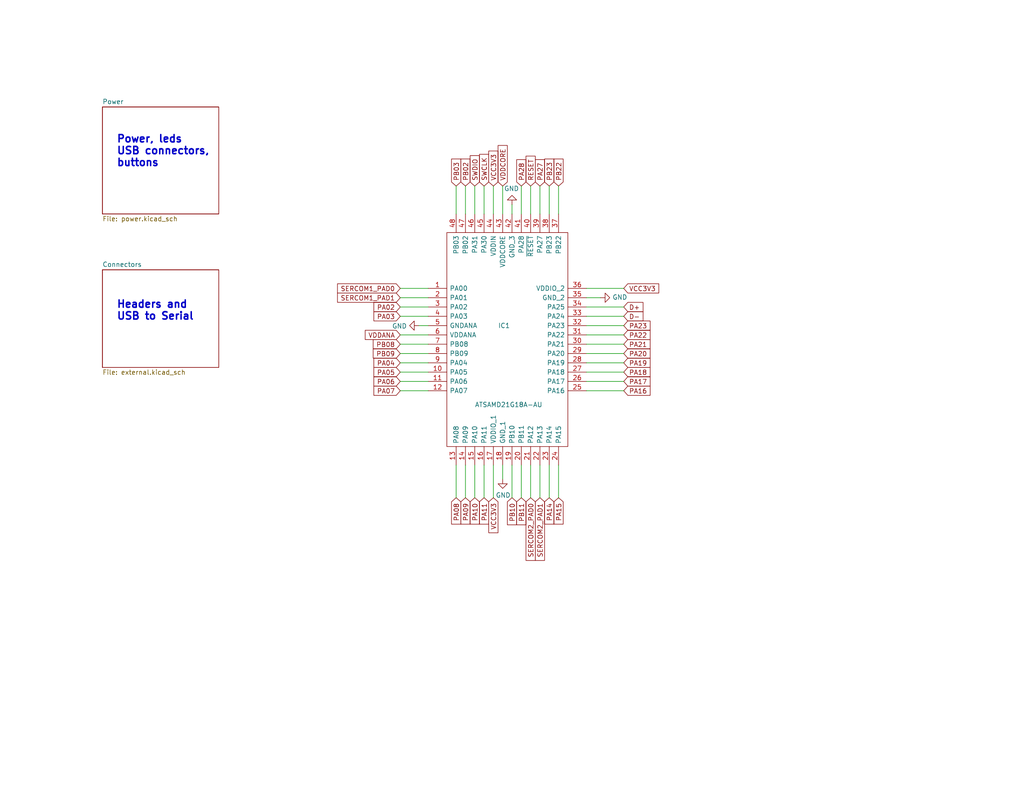
<source format=kicad_sch>
(kicad_sch (version 20211123) (generator eeschema)
  (paper "USLetter")
  (title_block (title "SAMD21 Demo Board") (rev "1.0") (company "Quantum Embedded Systems"))
  (lib_symbols
    (symbol "SamacSys_Parts:ATSAMD21G18A-AU" (pin_names (offset 0.762))
      (property "Reference" "IC" (at 39.37 20.32 0))
      (property "Value" "SamacSys_Parts_ATSAMD21G18A-AU" (at 39.37 17.78 0))
      (symbol "ATSAMD21G18A-AU_0_0"
        (pin passive line (at 0 0 0) (length 5.08) (name "PA00") (number "1"))
        (pin passive line (at 0 -22.86 0) (length 5.08) (name "PA05") (number "10"))
        (pin passive line (at 0 -25.4 0) (length 5.08) (name "PA06") (number "11"))
        (pin passive line (at 0 -27.94 0) (length 5.08) (name "PA07") (number "12"))
        (pin passive line (at 7.62 -48.26 90) (length 5.08) (name "PA08") (number "13"))
        (pin passive line (at 10.16 -48.26 90) (length 5.08) (name "PA09") (number "14"))
        (pin passive line (at 12.7 -48.26 90) (length 5.08) (name "PA10") (number "15"))
        (pin passive line (at 15.24 -48.26 90) (length 5.08) (name "PA11") (number "16"))
        (pin passive line (at 17.78 -48.26 90) (length 5.08) (name "VDDIO_1") (number "17"))
        (pin passive line (at 20.32 -48.26 90) (length 5.08) (name "GND_1") (number "18"))
        (pin passive line (at 22.86 -48.26 90) (length 5.08) (name "PB10") (number "19"))
        (pin passive line (at 0 -2.54 0) (length 5.08) (name "PA01") (number "2"))
        (pin passive line (at 25.4 -48.26 90) (length 5.08) (name "PB11") (number "20"))
        (pin passive line (at 27.94 -48.26 90) (length 5.08) (name "PA12") (number "21"))
        (pin passive line (at 30.48 -48.26 90) (length 5.08) (name "PA13") (number "22"))
        (pin passive line (at 33.02 -48.26 90) (length 5.08) (name "PA14") (number "23"))
        (pin passive line (at 35.56 -48.26 90) (length 5.08) (name "PA15") (number "24"))
        (pin passive line (at 43.18 -27.94 180) (length 5.08) (name "PA16") (number "25"))
        (pin passive line (at 43.18 -25.4 180) (length 5.08) (name "PA17") (number "26"))
        (pin passive line (at 43.18 -22.86 180) (length 5.08) (name "PA18") (number "27"))
        (pin passive line (at 43.18 -20.32 180) (length 5.08) (name "PA19") (number "28"))
        (pin passive line (at 43.18 -17.78 180) (length 5.08) (name "PA20") (number "29"))
        (pin passive line (at 0 -5.08 0) (length 5.08) (name "PA02") (number "3"))
        (pin passive line (at 43.18 -15.24 180) (length 5.08) (name "PA21") (number "30"))
        (pin passive line (at 43.18 -12.7 180) (length 5.08) (name "PA22") (number "31"))
        (pin passive line (at 43.18 -10.16 180) (length 5.08) (name "PA23") (number "32"))
        (pin passive line (at 43.18 -7.62 180) (length 5.08) (name "PA24") (number "33"))
        (pin passive line (at 43.18 -5.08 180) (length 5.08) (name "PA25") (number "34"))
        (pin passive line (at 43.18 -2.54 180) (length 5.08) (name "GND_2") (number "35"))
        (pin passive line (at 43.18 0 180) (length 5.08) (name "VDDIO_2") (number "36"))
        (pin passive line (at 35.56 20.32 270) (length 5.08) (name "PB22") (number "37"))
        (pin passive line (at 33.02 20.32 270) (length 5.08) (name "PB23") (number "38"))
        (pin passive line (at 30.48 20.32 270) (length 5.08) (name "PA27") (number "39"))
        (pin passive line (at 0 -7.62 0) (length 5.08) (name "PA03") (number "4"))
        (pin passive line (at 27.94 20.32 270) (length 5.08) (name "~{RESET}") (number "40"))
        (pin passive line (at 25.4 20.32 270) (length 5.08) (name "PA28") (number "41"))
        (pin passive line (at 22.86 20.32 270) (length 5.08) (name "GND_3") (number "42"))
        (pin passive line (at 20.32 20.32 270) (length 5.08) (name "VDDCORE") (number "43"))
        (pin passive line (at 17.78 20.32 270) (length 5.08) (name "VDDIN") (number "44"))
        (pin passive line (at 15.24 20.32 270) (length 5.08) (name "PA30") (number "45"))
        (pin passive line (at 12.7 20.32 270) (length 5.08) (name "PA31") (number "46"))
        (pin passive line (at 10.16 20.32 270) (length 5.08) (name "PB02") (number "47"))
        (pin passive line (at 7.62 20.32 270) (length 5.08) (name "PB03") (number "48"))
        (pin passive line (at 0 -10.16 0) (length 5.08) (name "GNDANA") (number "5"))
        (pin passive line (at 0 -12.7 0) (length 5.08) (name "VDDANA") (number "6"))
        (pin passive line (at 0 -15.24 0) (length 5.08) (name "PB08") (number "7"))
        (pin passive line (at 0 -17.78 0) (length 5.08) (name "PB09") (number "8"))
        (pin passive line (at 0 -20.32 0) (length 5.08) (name "PA04") (number "9"))
      )
      (symbol "ATSAMD21G18A-AU_0_1"
        (polyline (pts (xy 5.08 15.24) (xy 38.1 15.24) (xy 38.1 -43.18) (xy 5.08 -43.18) (xy 5.08 15.24)) (stroke (width 0.1524)))
      )
    )
    (symbol "power:GND" (power) (pin_names (offset 0))
      (property "Value" "GND" (at 0 -3.81 0))
      (symbol "GND_0_1"
        (polyline (pts (xy 0 0) (xy 0 -1.27) (xy 1.27 -1.27) (xy 0 -2.54) (xy -1.27 -1.27) (xy 0 -1.27)))
      )
      (symbol "GND_1_1"
        (pin power_in line (at 0 0 270) (length 0) hide (name "GND") (number "1"))
      )
    )
  )
  (wire (pts (xy 137.16 130.81) (xy 137.16 127)))
  (wire (pts (xy 144.78 127) (xy 144.78 135.89)))
  (wire (pts (xy 160.02 86.36) (xy 170.18 86.36)))
  (wire (pts (xy 137.16 50.8) (xy 137.16 58.42)))
  (wire (pts (xy 142.24 127) (xy 142.24 135.89)))
  (wire (pts (xy 109.22 96.52) (xy 116.84 96.52)))
  (wire (pts (xy 149.86 50.8) (xy 149.86 58.42)))
  (wire (pts (xy 147.32 50.8) (xy 147.32 58.42)))
  (wire (pts (xy 109.22 106.68) (xy 116.84 106.68)))
  (wire (pts (xy 160.02 104.14) (xy 170.18 104.14)))
  (wire (pts (xy 152.4 50.8) (xy 152.4 58.42)))
  (wire (pts (xy 149.86 127) (xy 149.86 135.89)))
  (wire (pts (xy 124.46 127) (xy 124.46 135.89)))
  (wire (pts (xy 129.54 127) (xy 129.54 135.89)))
  (wire (pts (xy 127 58.42) (xy 127 50.8)))
  (wire (pts (xy 109.22 101.6) (xy 116.84 101.6)))
  (wire (pts (xy 160.02 83.82) (xy 170.18 83.82)))
  (wire (pts (xy 160.02 106.68) (xy 170.18 106.68)))
  (wire (pts (xy 116.84 81.28) (xy 109.22 81.28)))
  (wire (pts (xy 116.84 91.44) (xy 109.22 91.44)))
  (wire (pts (xy 109.22 99.06) (xy 116.84 99.06)))
  (wire (pts (xy 160.02 88.9) (xy 170.18 88.9)))
  (wire (pts (xy 132.08 127) (xy 132.08 135.89)))
  (wire (pts (xy 129.54 58.42) (xy 129.54 50.8)))
  (wire (pts (xy 160.02 96.52) (xy 170.18 96.52)))
  (wire (pts (xy 160.02 91.44) (xy 170.18 91.44)))
  (wire (pts (xy 160.02 81.28) (xy 163.83 81.28)))
  (wire (pts (xy 109.22 83.82) (xy 116.84 83.82)))
  (wire (pts (xy 134.62 135.89) (xy 134.62 127)))
  (wire (pts (xy 116.84 78.74) (xy 109.22 78.74)))
  (wire (pts (xy 160.02 78.74) (xy 170.18 78.74)))
  (wire (pts (xy 160.02 99.06) (xy 170.18 99.06)))
  (wire (pts (xy 139.7 58.42) (xy 139.7 55.88)))
  (wire (pts (xy 127 127) (xy 127 135.89)))
  (wire (pts (xy 132.08 58.42) (xy 132.08 50.8)))
  (wire (pts (xy 124.46 58.42) (xy 124.46 50.8)))
  (wire (pts (xy 152.4 127) (xy 152.4 135.89)))
  (wire (pts (xy 116.84 88.9) (xy 114.3 88.9)))
  (wire (pts (xy 147.32 127) (xy 147.32 135.89)))
  (wire (pts (xy 160.02 93.98) (xy 170.18 93.98)))
  (wire (pts (xy 139.7 127) (xy 139.7 135.89)))
  (wire (pts (xy 109.22 104.14) (xy 116.84 104.14)))
  (wire (pts (xy 142.24 50.8) (xy 142.24 58.42)))
  (wire (pts (xy 144.78 58.42) (xy 144.78 50.8)))
  (wire (pts (xy 109.22 86.36) (xy 116.84 86.36)))
  (wire (pts (xy 134.62 58.42) (xy 134.62 50.8)))
  (wire (pts (xy 109.22 93.98) (xy 116.84 93.98)))
  (wire (pts (xy 160.02 101.6) (xy 170.18 101.6)))
  (text "Headers and\nUSB to Serial" (at 31.75 87.63 0) (effects (font (size 2.0066 2.0066) (thickness 0.4013) bold) (justify left bottom)))
  (text "Power, leds\nUSB connectors,\nbuttons" (at 31.75 45.72 0) (effects (font (size 2.0066 2.0066) (thickness 0.4013) bold) (justify left bottom)))
  (global_label "PA11" (shape input) (at 132.08 135.89 270) (property "Intersheet References" "${INTERSHEET_REFS}" (effects hide)))
  (global_label "PA06" (shape input) (at 109.22 104.14 180) (property "Intersheet References" "${INTERSHEET_REFS}" (effects hide)))
  (global_label "VCC3V3" (shape input) (at 170.18 78.74 0) (property "Intersheet References" "${INTERSHEET_REFS}" (effects hide)))
  (global_label "VCC3V3" (shape input) (at 134.62 50.8 90) (property "Intersheet References" "${INTERSHEET_REFS}" (effects hide)))
  (global_label "PB22" (shape input) (at 152.4 50.8 90) (property "Intersheet References" "${INTERSHEET_REFS}" (effects hide)))
  (global_label "PA18" (shape input) (at 170.18 101.6 0) (property "Intersheet References" "${INTERSHEET_REFS}" (effects hide)))
  (global_label "PB11" (shape input) (at 142.24 135.89 270) (property "Intersheet References" "${INTERSHEET_REFS}" (effects hide)))
  (global_label "PB03" (shape input) (at 124.46 50.8 90) (property "Intersheet References" "${INTERSHEET_REFS}" (effects hide)))
  (global_label "RESET" (shape input) (at 144.78 50.8 90) (property "Intersheet References" "${INTERSHEET_REFS}" (effects hide)))
  (global_label "PA17" (shape input) (at 170.18 104.14 0) (property "Intersheet References" "${INTERSHEET_REFS}" (effects hide)))
  (global_label "PA16" (shape input) (at 170.18 106.68 0) (property "Intersheet References" "${INTERSHEET_REFS}" (effects hide)))
  (global_label "PA19" (shape input) (at 170.18 99.06 0) (property "Intersheet References" "${INTERSHEET_REFS}" (effects hide)))
  (global_label "SERCOM1_PAD0" (shape input) (at 109.22 78.74 180) (property "Intersheet References" "${INTERSHEET_REFS}" (effects hide)))
  (global_label "SERCOM2_PAD1" (shape input) (at 147.32 135.89 270) (property "Intersheet References" "${INTERSHEET_REFS}" (effects hide)))
  (global_label "PB23" (shape input) (at 149.86 50.8 90) (property "Intersheet References" "${INTERSHEET_REFS}" (effects hide)))
  (global_label "PA04" (shape input) (at 109.22 99.06 180) (property "Intersheet References" "${INTERSHEET_REFS}" (effects hide)))
  (global_label "PA28" (shape input) (at 142.24 50.8 90) (property "Intersheet References" "${INTERSHEET_REFS}" (effects hide)))
  (global_label "D-" (shape input) (at 170.18 86.36 0) (property "Intersheet References" "${INTERSHEET_REFS}" (effects hide)))
  (global_label "PB02" (shape input) (at 127 50.8 90) (property "Intersheet References" "${INTERSHEET_REFS}" (effects hide)))
  (global_label "PA08" (shape input) (at 124.46 135.89 270) (property "Intersheet References" "${INTERSHEET_REFS}" (effects hide)))
  (global_label "SWDIO" (shape input) (at 129.54 50.8 90) (property "Intersheet References" "${INTERSHEET_REFS}" (effects hide)))
  (global_label "PA09" (shape input) (at 127 135.89 270) (property "Intersheet References" "${INTERSHEET_REFS}" (effects hide)))
  (global_label "PB08" (shape input) (at 109.22 93.98 180) (property "Intersheet References" "${INTERSHEET_REFS}" (effects hide)))
  (global_label "PA07" (shape input) (at 109.22 106.68 180) (property "Intersheet References" "${INTERSHEET_REFS}" (effects hide)))
  (global_label "PA21" (shape input) (at 170.18 93.98 0) (property "Intersheet References" "${INTERSHEET_REFS}" (effects hide)))
  (global_label "PA05" (shape input) (at 109.22 101.6 180) (property "Intersheet References" "${INTERSHEET_REFS}" (effects hide)))
  (global_label "D+" (shape input) (at 170.18 83.82 0) (property "Intersheet References" "${INTERSHEET_REFS}" (effects hide)))
  (global_label "PB10" (shape input) (at 139.7 135.89 270) (property "Intersheet References" "${INTERSHEET_REFS}" (effects hide)))
  (global_label "VDDCORE" (shape input) (at 137.16 50.8 90) (property "Intersheet References" "${INTERSHEET_REFS}" (effects hide)))
  (global_label "PA20" (shape input) (at 170.18 96.52 0) (property "Intersheet References" "${INTERSHEET_REFS}" (effects hide)))
  (global_label "SERCOM1_PAD1" (shape input) (at 109.22 81.28 180) (property "Intersheet References" "${INTERSHEET_REFS}" (effects hide)))
  (global_label "PA02" (shape input) (at 109.22 83.82 180) (property "Intersheet References" "${INTERSHEET_REFS}" (effects hide)))
  (global_label "VCC3V3" (shape input) (at 134.62 135.89 270) (property "Intersheet References" "${INTERSHEET_REFS}" (effects hide)))
  (global_label "PA14" (shape input) (at 149.86 135.89 270) (property "Intersheet References" "${INTERSHEET_REFS}" (effects hide)))
  (global_label "SERCOM2_PAD0" (shape input) (at 144.78 135.89 270) (property "Intersheet References" "${INTERSHEET_REFS}" (effects hide)))
  (global_label "PA23" (shape input) (at 170.18 88.9 0) (property "Intersheet References" "${INTERSHEET_REFS}" (effects hide)))
  (global_label "PB09" (shape input) (at 109.22 96.52 180) (property "Intersheet References" "${INTERSHEET_REFS}" (effects hide)))
  (global_label "PA15" (shape input) (at 152.4 135.89 270) (property "Intersheet References" "${INTERSHEET_REFS}" (effects hide)))
  (global_label "PA03" (shape input) (at 109.22 86.36 180) (property "Intersheet References" "${INTERSHEET_REFS}" (effects hide)))
  (global_label "SWCLK" (shape input) (at 132.08 50.8 90) (property "Intersheet References" "${INTERSHEET_REFS}" (effects hide)))
  (global_label "PA10" (shape input) (at 129.54 135.89 270) (property "Intersheet References" "${INTERSHEET_REFS}" (effects hide)))
  (global_label "PA27" (shape input) (at 147.32 50.8 90) (property "Intersheet References" "${INTERSHEET_REFS}" (effects hide)))
  (global_label "VDDANA" (shape input) (at 109.22 91.44 180) (property "Intersheet References" "${INTERSHEET_REFS}" (effects hide)))
  (global_label "PA22" (shape input) (at 170.18 91.44 0) (property "Intersheet References" "${INTERSHEET_REFS}" (effects hide)))
  (symbol (lib_id "SamacSys_Parts:ATSAMD21G18A-AU") (at 116.84 78.74 0) (unit 1)
    (property "Reference" "IC1" (at 135.89 88.9 0) (effects (justify left)))
    (property "Value" "ATSAMD21G18A-AU" (at 129.54 110.49 0) (effects (justify left)))
    (property "Footprint" "SamacSys_Parts:QFP50P900X900X120-48N" (effects hide))
    (property "Description" "ATMEL - ATSAMD21G18A-AU - MCU, 32BIT, CORTEX-M0+, 48MHZ, TQFP-48" (effects hide))
    (property "Height" "1.2" (effects hide))
    (property "Mouser Part Number" "556-ATSAMD21G18A-AU" (effects hide))
    (property "Mouser Price/Stock" "https://www.mouser.co.uk/ProductDetail/Microchip-Technology-Atmel/ATSAMD21G18A-AU?qs=KLFHFgXTQiDh1vL0VLU76Q%3D%3D" (effects hide))
    (property "Manufacturer_Name" "Microchip" (effects hide))
    (property "Manufacturer_Part_Number" "ATSAMD21G18A-AU" (effects hide))
  )
  (symbol (lib_id "power:GND") (at 163.83 81.28 90) (unit 1)
    (property "Reference" "#PWR04" (effects hide))
    (property "Value" "GND" (at 167.0812 81.153 90) (effects (justify right)))
  )
  (symbol (lib_id "power:GND") (at 137.16 130.81 0) (unit 1)
    (property "Reference" "#PWR02" (effects hide))
    (property "Value" "GND" (at 137.287 135.2042 0))
  )
  (symbol (lib_id "power:GND") (at 114.3 88.9 270) (unit 1)
    (property "Reference" "#PWR01" (effects hide))
    (property "Value" "GND" (at 111.0488 89.027 90) (effects (justify right)))
  )
  (symbol (lib_id "power:GND") (at 139.7 55.88 180) (unit 1)
    (property "Reference" "#PWR03" (effects hide))
    (property "Value" "GND" (at 139.573 51.4858 0))
  )
  (sheet (at 27.94 29.21) (size 31.75 29.21)
    (property "Sheet name" "Power" (at 27.94 28.4984 0) (effects (justify left bottom)))
    (property "Sheet file" "power.kicad_sch" (at 27.94 59.0046 0) (effects (justify left top)))
  )
  (sheet (at 27.94 73.66) (size 31.75 26.67)
    (property "Sheet name" "Connectors" (at 27.94 72.9484 0) (effects (justify left bottom)))
    (property "Sheet file" "external.kicad_sch" (at 27.94 100.9146 0) (effects (justify left top)))
  )
)
</source>
